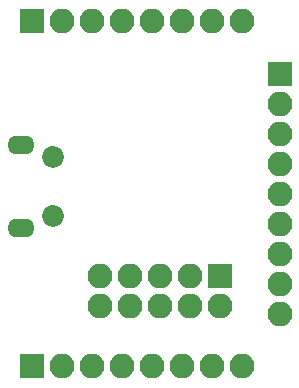
<source format=gbs>
G04 #@! TF.FileFunction,Soldermask,Bot*
%FSLAX46Y46*%
G04 Gerber Fmt 4.6, Leading zero omitted, Abs format (unit mm)*
G04 Created by KiCad (PCBNEW 4.0.7-e2-6376~58~ubuntu17.04.1) date Mon Oct  2 11:39:14 2017*
%MOMM*%
%LPD*%
G01*
G04 APERTURE LIST*
%ADD10C,0.100000*%
%ADD11C,1.850000*%
%ADD12O,2.300000X1.600000*%
%ADD13R,2.100000X2.100000*%
%ADD14O,2.100000X2.100000*%
G04 APERTURE END LIST*
D10*
D11*
X150940000Y-107990000D03*
X150940000Y-112990000D03*
D12*
X148240000Y-106990000D03*
X148240000Y-113990000D03*
D13*
X149225000Y-96520000D03*
D14*
X151765000Y-96520000D03*
X154305000Y-96520000D03*
X156845000Y-96520000D03*
X159385000Y-96520000D03*
X161925000Y-96520000D03*
X164465000Y-96520000D03*
X167005000Y-96520000D03*
D13*
X149225000Y-125730000D03*
D14*
X151765000Y-125730000D03*
X154305000Y-125730000D03*
X156845000Y-125730000D03*
X159385000Y-125730000D03*
X161925000Y-125730000D03*
X164465000Y-125730000D03*
X167005000Y-125730000D03*
D13*
X165100000Y-118110000D03*
D14*
X165100000Y-120650000D03*
X162560000Y-118110000D03*
X162560000Y-120650000D03*
X160020000Y-118110000D03*
X160020000Y-120650000D03*
X157480000Y-118110000D03*
X157480000Y-120650000D03*
X154940000Y-118110000D03*
X154940000Y-120650000D03*
D13*
X170180000Y-100965000D03*
D14*
X170180000Y-103505000D03*
X170180000Y-106045000D03*
X170180000Y-108585000D03*
X170180000Y-111125000D03*
X170180000Y-113665000D03*
X170180000Y-116205000D03*
X170180000Y-118745000D03*
X170180000Y-121285000D03*
M02*

</source>
